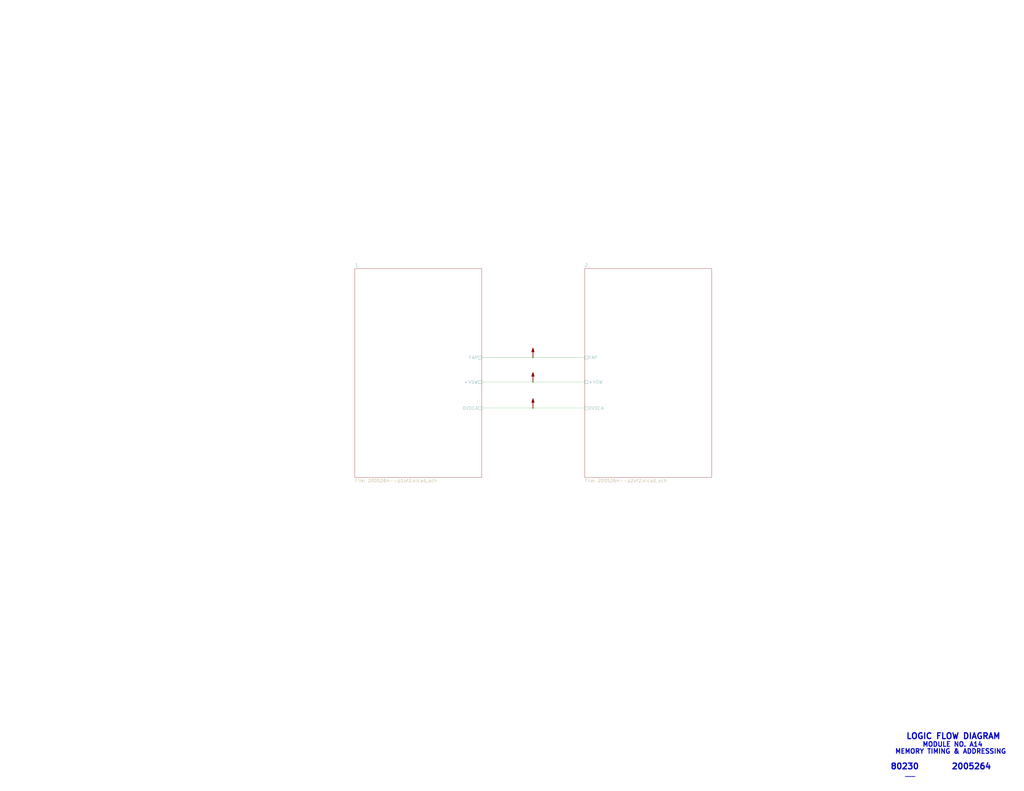
<source format=kicad_sch>
(kicad_sch (version 20211123) (generator eeschema)
  (paper "E")
  (lib_symbols
    (symbol "AGC_DSKY:PWR_FLAG" (power) (pin_numbers hide) (pin_names (offset 0) hide)
      (symbol "PWR_FLAG_0_0"
        (pin power_out line (at 0 0 90) (length 0) (name "pwr") (number "1"))
      )
      (symbol "PWR_FLAG_0_1"
        (polyline (pts (xy 0 0) (xy 0 10.16)) (stroke (width 0.762)))
        (polyline (pts (xy 0 10.16) (xy -1.27 6.35) (xy 1.27 6.35) (xy 0 10.16)) (stroke (width 0.762)) (fill (type outline)))
      )
    )
  )
  (junction (at 581.66 390.525))
  (junction (at 581.66 445.77))
  (junction (at 581.66 417.195))
  (wire (pts (xy 525.78 417.195) (xy 581.66 417.195)))
  (wire (pts (xy 581.66 417.195) (xy 638.175 417.195)))
  (wire (pts (xy 581.66 390.525) (xy 638.175 390.525)))
  (wire (pts (xy 525.78 445.77) (xy 581.66 445.77)))
  (wire (pts (xy 581.66 445.77) (xy 638.175 445.77)))
  (wire (pts (xy 525.78 390.525) (xy 581.66 390.525)))
  (text "MODULE NO. A14" (at 1006.475 815.975 0) (effects (font (size 5.08 5.08) (thickness 1.016) bold) (justify left bottom)))
  (text "LOGIC FLOW DIAGRAM" (at 988.695 807.72 0) (effects (font (size 6.35 6.35) (thickness 1.27) bold) (justify left bottom)))
  (text "MEMORY TIMING & ADDRESSING" (at 976.63 823.595 0) (effects (font (size 5.08 5.08) (thickness 1.016) bold) (justify left bottom)))
  (text "____" (at 987.425 848.36 0) (effects (font (size 3.556 3.556) (thickness 0.7112) bold) (justify left bottom)))
  (text "80230" (at 971.55 840.74 0) (effects (font (size 6.35 6.35) (thickness 1.27) bold) (justify left bottom)))
  (text "2005264" (at 1038.225 840.74 0) (effects (font (size 6.35 6.35) (thickness 1.27) bold) (justify left bottom)))
  (symbol (lib_id "AGC_DSKY:PWR_FLAG") (at 581.66 445.77 0) (unit 1)
    (property "Reference" "#FLG0103" (effects hide))
    (property "Value" "PWR_FLAG" (effects hide))
  )
  (symbol (lib_id "AGC_DSKY:PWR_FLAG") (at 581.66 417.195 0) (unit 1)
    (property "Reference" "#FLG0102" (effects hide))
    (property "Value" "PWR_FLAG" (effects hide))
  )
  (symbol (lib_id "AGC_DSKY:PWR_FLAG") (at 581.66 390.525 0) (unit 1)
    (property "Reference" "#FLG0101" (effects hide))
    (property "Value" "PWR_FLAG" (effects hide))
  )
  (sheet (at 387.35 293.37) (size 138.43 227.965)
    (property "Sheet name" "1" (at 387.35 291.5154 0) (effects (font (size 3.556 3.556)) (justify left bottom)))
    (property "Sheet file" "2005264--p1of2.kicad_sch" (at 387.35 522.834 0) (effects (font (size 3.556 3.556)) (justify left top)))
    (pin "0VDCA" passive (at 525.78 445.77 0) (effects (font (size 3.556 3.556))))
    (pin "+4SW" passive (at 525.78 417.195 0) (effects (font (size 3.556 3.556))))
    (pin "FAP" passive (at 525.78 390.525 0) (effects (font (size 3.556 3.556))))
  )
  (sheet (at 638.175 293.37) (size 138.43 227.965)
    (property "Sheet name" "2" (at 638.175 291.5154 0) (effects (font (size 3.556 3.556)) (justify left bottom)))
    (property "Sheet file" "2005264--p2of2.kicad_sch" (at 638.175 522.834 0) (effects (font (size 3.556 3.556)) (justify left top)))
    (pin "0VDCA" passive (at 638.175 445.77 180) (effects (font (size 3.556 3.556))))
    (pin "+4SW" passive (at 638.175 417.195 180) (effects (font (size 3.556 3.556))))
    (pin "FAP" passive (at 638.175 390.525 180) (effects (font (size 3.556 3.556))))
  )
)
</source>
